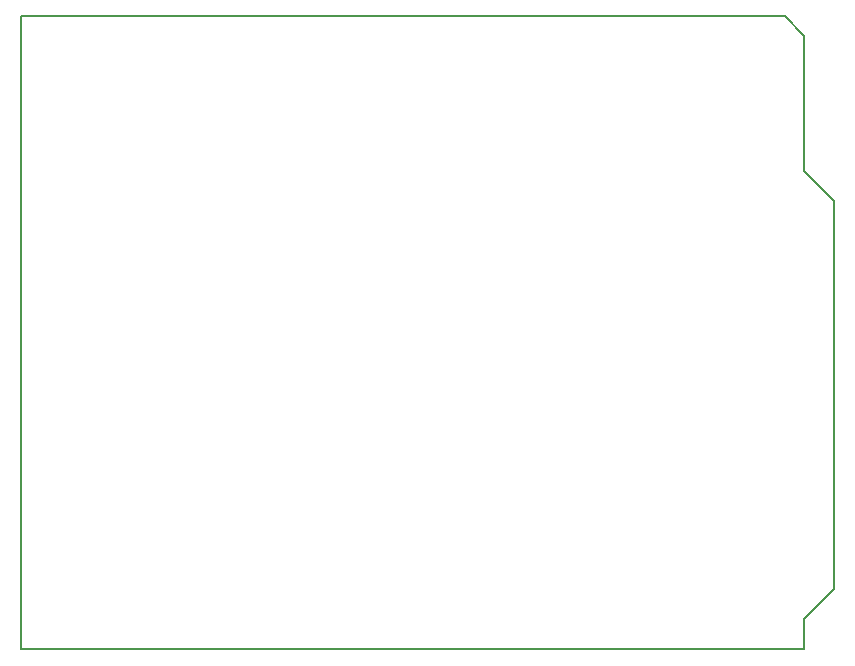
<source format=gm1>
G04 #@! TF.GenerationSoftware,KiCad,Pcbnew,5.0.2-bee76a0~70~ubuntu14.04.1*
G04 #@! TF.CreationDate,2019-04-02T14:46:03+02:00*
G04 #@! TF.ProjectId,shield_a,73686965-6c64-45f6-912e-6b696361645f,1.1*
G04 #@! TF.SameCoordinates,Original*
G04 #@! TF.FileFunction,Profile,NP*
%FSLAX46Y46*%
G04 Gerber Fmt 4.6, Leading zero omitted, Abs format (unit mm)*
G04 Created by KiCad (PCBNEW 5.0.2-bee76a0~70~ubuntu14.04.1) date Uto 02 Tra 2019 14:46:03*
%MOMM*%
%LPD*%
G01*
G04 APERTURE LIST*
%ADD10C,0.150000*%
G04 APERTURE END LIST*
D10*
X107823000Y-63373000D02*
X107823000Y-116967000D01*
X172466000Y-63373000D02*
X107823000Y-63373000D01*
X174117000Y-65024000D02*
X172466000Y-63373000D01*
X174117000Y-76454000D02*
X174117000Y-65024000D01*
X176657000Y-78994000D02*
X174117000Y-76454000D01*
X176657000Y-111887000D02*
X176657000Y-78994000D01*
X174117000Y-114427000D02*
X176657000Y-111887000D01*
X174117000Y-116967000D02*
X174117000Y-114427000D01*
X107823000Y-116967000D02*
X174117000Y-116967000D01*
M02*

</source>
